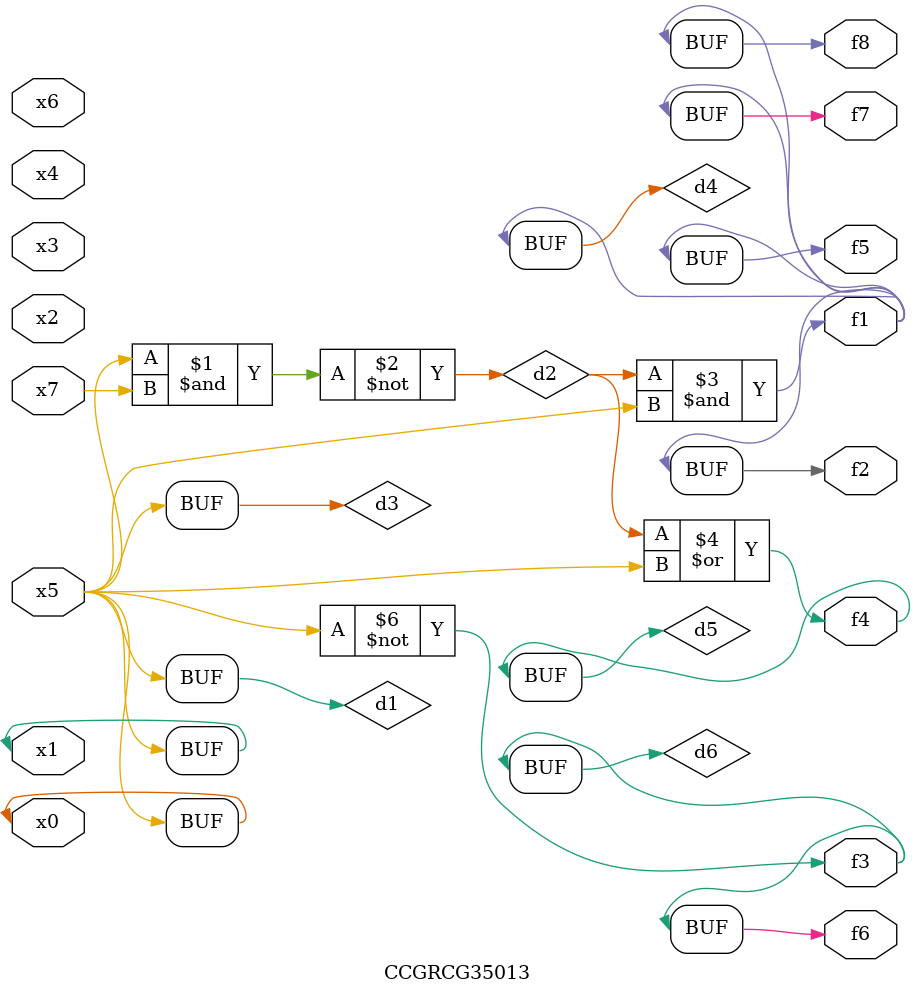
<source format=v>
module CCGRCG35013(
	input x0, x1, x2, x3, x4, x5, x6, x7,
	output f1, f2, f3, f4, f5, f6, f7, f8
);

	wire d1, d2, d3, d4, d5, d6;

	buf (d1, x0, x5);
	nand (d2, x5, x7);
	buf (d3, x0, x1);
	and (d4, d2, d3);
	or (d5, d2, d3);
	nor (d6, d1, d3);
	assign f1 = d4;
	assign f2 = d4;
	assign f3 = d6;
	assign f4 = d5;
	assign f5 = d4;
	assign f6 = d6;
	assign f7 = d4;
	assign f8 = d4;
endmodule

</source>
